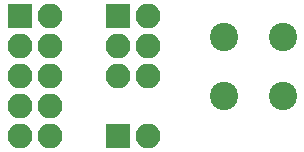
<source format=gbr>
G04 #@! TF.GenerationSoftware,KiCad,Pcbnew,5.0.0*
G04 #@! TF.CreationDate,2019-01-10T22:51:14-06:00*
G04 #@! TF.ProjectId,stlink-swd,73746C696E6B2D7377642E6B69636164,rev?*
G04 #@! TF.SameCoordinates,Original*
G04 #@! TF.FileFunction,Soldermask,Bot*
G04 #@! TF.FilePolarity,Negative*
%FSLAX46Y46*%
G04 Gerber Fmt 4.6, Leading zero omitted, Abs format (unit mm)*
G04 Created by KiCad (PCBNEW 5.0.0) date Thu Jan 10 22:51:14 2019*
%MOMM*%
%LPD*%
G01*
G04 APERTURE LIST*
%ADD10O,2.100000X2.100000*%
%ADD11R,2.100000X2.100000*%
%ADD12C,2.400000*%
G04 APERTURE END LIST*
D10*
G04 #@! TO.C,J1*
X139700000Y-97790000D03*
X137160000Y-97790000D03*
X139700000Y-95250000D03*
X137160000Y-95250000D03*
X139700000Y-92710000D03*
D11*
X137160000Y-92710000D03*
G04 #@! TD*
D10*
G04 #@! TO.C,J2*
X131365001Y-102870000D03*
X128825001Y-102870000D03*
X131365001Y-100330000D03*
X128825001Y-100330000D03*
X131365001Y-97790000D03*
X128825001Y-97790000D03*
X131365001Y-95250000D03*
X128825001Y-95250000D03*
X131365001Y-92710000D03*
D11*
X128825001Y-92710000D03*
G04 #@! TD*
D10*
G04 #@! TO.C,J4*
X139700000Y-102870000D03*
D11*
X137160000Y-102870000D03*
G04 #@! TD*
D12*
G04 #@! TO.C,SW1*
X146130000Y-94488000D03*
X146130000Y-99488000D03*
X151130000Y-99488000D03*
X151130000Y-94488000D03*
G04 #@! TD*
M02*

</source>
